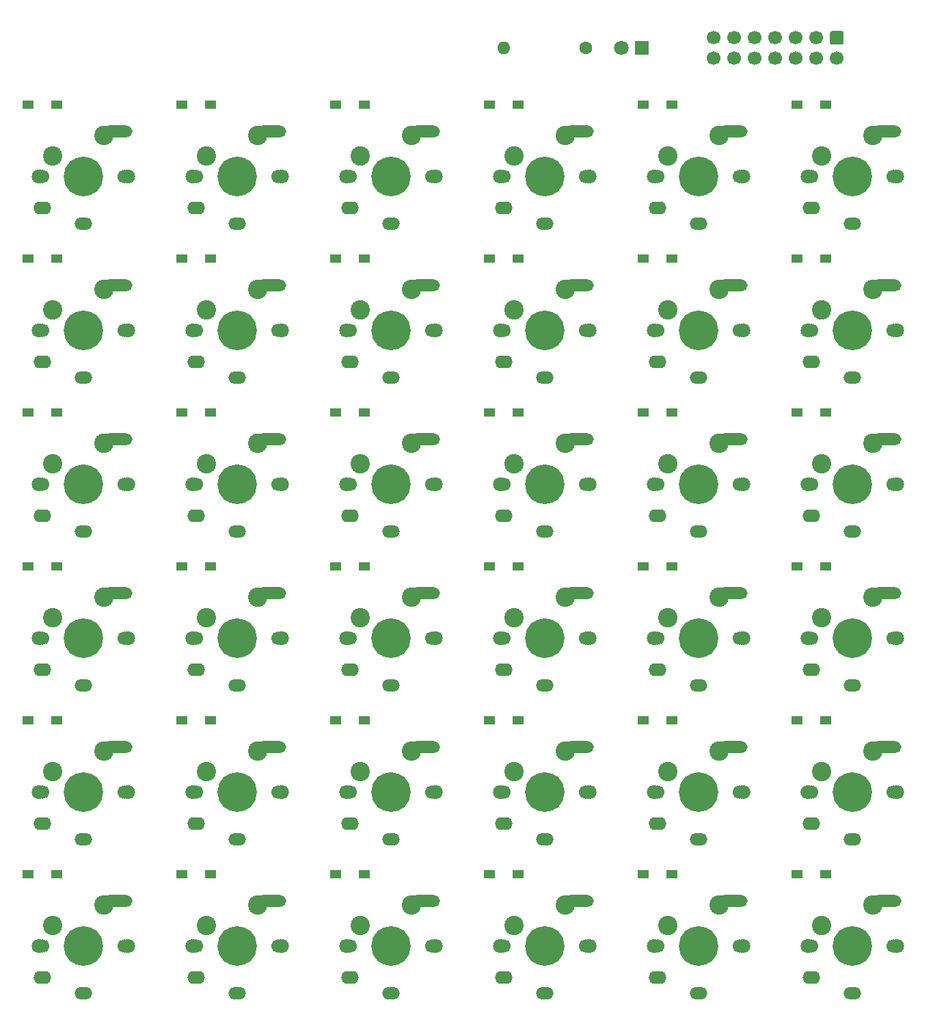
<source format=gbs>
%TF.GenerationSoftware,KiCad,Pcbnew,(5.1.10-1-10_14)*%
%TF.CreationDate,2021-11-08T19:14:52+08:00*%
%TF.ProjectId,Pragmatic,50726167-6d61-4746-9963-2e6b69636164,rev?*%
%TF.SameCoordinates,Original*%
%TF.FileFunction,Soldermask,Bot*%
%TF.FilePolarity,Negative*%
%FSLAX46Y46*%
G04 Gerber Fmt 4.6, Leading zero omitted, Abs format (unit mm)*
G04 Created by KiCad (PCBNEW (5.1.10-1-10_14)) date 2021-11-08 19:14:52*
%MOMM*%
%LPD*%
G01*
G04 APERTURE LIST*
%ADD10C,2.400000*%
%ADD11O,2.200000X1.600000*%
%ADD12C,4.900000*%
%ADD13C,1.800000*%
%ADD14O,2.200000X1.500000*%
%ADD15C,1.700000*%
%ADD16R,1.400000X1.000000*%
%ADD17O,1.600000X1.600000*%
%ADD18C,1.600000*%
%ADD19R,1.800000X1.800000*%
G04 APERTURE END LIST*
D10*
X116840000Y-71120000D03*
G36*
G01*
X116000126Y-70678797D02*
X116000126Y-70678797D01*
G75*
G02*
X116743552Y-69922281I749971J6545D01*
G01*
X119643442Y-69896975D01*
G75*
G02*
X120399958Y-70640401I6545J-749971D01*
G01*
X120399958Y-70640401D01*
G75*
G02*
X119656532Y-71396917I-749971J-6545D01*
G01*
X116756642Y-71422223D01*
G75*
G02*
X116000126Y-70678797I-6545J749971D01*
G01*
G37*
D11*
X109200000Y-80100000D03*
D12*
X114300000Y-76200000D03*
D13*
X108800000Y-76200000D03*
X119800000Y-76200000D03*
D14*
X114300000Y-82100000D03*
D10*
X110490000Y-73660000D03*
D15*
X119380000Y-76200000D03*
X109220000Y-76200000D03*
D10*
X154940000Y-147320000D03*
G36*
G01*
X154100126Y-146878797D02*
X154100126Y-146878797D01*
G75*
G02*
X154843552Y-146122281I749971J6545D01*
G01*
X157743442Y-146096975D01*
G75*
G02*
X158499958Y-146840401I6545J-749971D01*
G01*
X158499958Y-146840401D01*
G75*
G02*
X157756532Y-147596917I-749971J-6545D01*
G01*
X154856642Y-147622223D01*
G75*
G02*
X154100126Y-146878797I-6545J749971D01*
G01*
G37*
D11*
X147300000Y-156300000D03*
D12*
X152400000Y-152400000D03*
D13*
X146900000Y-152400000D03*
X157900000Y-152400000D03*
D14*
X152400000Y-158300000D03*
D10*
X148590000Y-149860000D03*
D15*
X157480000Y-152400000D03*
X147320000Y-152400000D03*
D10*
X97790000Y-52070000D03*
G36*
G01*
X96950126Y-51628797D02*
X96950126Y-51628797D01*
G75*
G02*
X97693552Y-50872281I749971J6545D01*
G01*
X100593442Y-50846975D01*
G75*
G02*
X101349958Y-51590401I6545J-749971D01*
G01*
X101349958Y-51590401D01*
G75*
G02*
X100606532Y-52346917I-749971J-6545D01*
G01*
X97706642Y-52372223D01*
G75*
G02*
X96950126Y-51628797I-6545J749971D01*
G01*
G37*
D11*
X90150000Y-61050000D03*
D12*
X95250000Y-57150000D03*
D13*
X89750000Y-57150000D03*
X100750000Y-57150000D03*
D14*
X95250000Y-63050000D03*
D10*
X91440000Y-54610000D03*
D15*
X100330000Y-57150000D03*
X90170000Y-57150000D03*
D16*
X149095000Y-48260000D03*
X145545000Y-48260000D03*
D10*
X78740000Y-52070000D03*
G36*
G01*
X77900126Y-51628797D02*
X77900126Y-51628797D01*
G75*
G02*
X78643552Y-50872281I749971J6545D01*
G01*
X81543442Y-50846975D01*
G75*
G02*
X82299958Y-51590401I6545J-749971D01*
G01*
X82299958Y-51590401D01*
G75*
G02*
X81556532Y-52346917I-749971J-6545D01*
G01*
X78656642Y-52372223D01*
G75*
G02*
X77900126Y-51628797I-6545J749971D01*
G01*
G37*
D11*
X71100000Y-61050000D03*
D12*
X76200000Y-57150000D03*
D13*
X70700000Y-57150000D03*
X81700000Y-57150000D03*
D14*
X76200000Y-63050000D03*
D10*
X72390000Y-54610000D03*
D15*
X81280000Y-57150000D03*
X71120000Y-57150000D03*
D10*
X135890000Y-128270000D03*
G36*
G01*
X135050126Y-127828797D02*
X135050126Y-127828797D01*
G75*
G02*
X135793552Y-127072281I749971J6545D01*
G01*
X138693442Y-127046975D01*
G75*
G02*
X139449958Y-127790401I6545J-749971D01*
G01*
X139449958Y-127790401D01*
G75*
G02*
X138706532Y-128546917I-749971J-6545D01*
G01*
X135806642Y-128572223D01*
G75*
G02*
X135050126Y-127828797I-6545J749971D01*
G01*
G37*
D11*
X128250000Y-137250000D03*
D12*
X133350000Y-133350000D03*
D13*
X127850000Y-133350000D03*
X138850000Y-133350000D03*
D14*
X133350000Y-139250000D03*
D10*
X129540000Y-130810000D03*
D15*
X138430000Y-133350000D03*
X128270000Y-133350000D03*
D10*
X116840000Y-128270000D03*
G36*
G01*
X116000126Y-127828797D02*
X116000126Y-127828797D01*
G75*
G02*
X116743552Y-127072281I749971J6545D01*
G01*
X119643442Y-127046975D01*
G75*
G02*
X120399958Y-127790401I6545J-749971D01*
G01*
X120399958Y-127790401D01*
G75*
G02*
X119656532Y-128546917I-749971J-6545D01*
G01*
X116756642Y-128572223D01*
G75*
G02*
X116000126Y-127828797I-6545J749971D01*
G01*
G37*
D11*
X109200000Y-137250000D03*
D12*
X114300000Y-133350000D03*
D13*
X108800000Y-133350000D03*
X119800000Y-133350000D03*
D14*
X114300000Y-139250000D03*
D10*
X110490000Y-130810000D03*
D15*
X119380000Y-133350000D03*
X109220000Y-133350000D03*
D10*
X154940000Y-109220000D03*
G36*
G01*
X154100126Y-108778797D02*
X154100126Y-108778797D01*
G75*
G02*
X154843552Y-108022281I749971J6545D01*
G01*
X157743442Y-107996975D01*
G75*
G02*
X158499958Y-108740401I6545J-749971D01*
G01*
X158499958Y-108740401D01*
G75*
G02*
X157756532Y-109496917I-749971J-6545D01*
G01*
X154856642Y-109522223D01*
G75*
G02*
X154100126Y-108778797I-6545J749971D01*
G01*
G37*
D11*
X147300000Y-118200000D03*
D12*
X152400000Y-114300000D03*
D13*
X146900000Y-114300000D03*
X157900000Y-114300000D03*
D14*
X152400000Y-120200000D03*
D10*
X148590000Y-111760000D03*
D15*
X157480000Y-114300000D03*
X147320000Y-114300000D03*
D16*
X91945000Y-48260000D03*
X88395000Y-48260000D03*
X72895000Y-48260000D03*
X69345000Y-48260000D03*
D10*
X135890000Y-147320000D03*
G36*
G01*
X135050126Y-146878797D02*
X135050126Y-146878797D01*
G75*
G02*
X135793552Y-146122281I749971J6545D01*
G01*
X138693442Y-146096975D01*
G75*
G02*
X139449958Y-146840401I6545J-749971D01*
G01*
X139449958Y-146840401D01*
G75*
G02*
X138706532Y-147596917I-749971J-6545D01*
G01*
X135806642Y-147622223D01*
G75*
G02*
X135050126Y-146878797I-6545J749971D01*
G01*
G37*
D11*
X128250000Y-156300000D03*
D12*
X133350000Y-152400000D03*
D13*
X127850000Y-152400000D03*
X138850000Y-152400000D03*
D14*
X133350000Y-158300000D03*
D10*
X129540000Y-149860000D03*
D15*
X138430000Y-152400000D03*
X128270000Y-152400000D03*
D10*
X116840000Y-147320000D03*
G36*
G01*
X116000126Y-146878797D02*
X116000126Y-146878797D01*
G75*
G02*
X116743552Y-146122281I749971J6545D01*
G01*
X119643442Y-146096975D01*
G75*
G02*
X120399958Y-146840401I6545J-749971D01*
G01*
X120399958Y-146840401D01*
G75*
G02*
X119656532Y-147596917I-749971J-6545D01*
G01*
X116756642Y-147622223D01*
G75*
G02*
X116000126Y-146878797I-6545J749971D01*
G01*
G37*
D11*
X109200000Y-156300000D03*
D12*
X114300000Y-152400000D03*
D13*
X108800000Y-152400000D03*
X119800000Y-152400000D03*
D14*
X114300000Y-158300000D03*
D10*
X110490000Y-149860000D03*
D15*
X119380000Y-152400000D03*
X109220000Y-152400000D03*
D10*
X97790000Y-147320000D03*
G36*
G01*
X96950126Y-146878797D02*
X96950126Y-146878797D01*
G75*
G02*
X97693552Y-146122281I749971J6545D01*
G01*
X100593442Y-146096975D01*
G75*
G02*
X101349958Y-146840401I6545J-749971D01*
G01*
X101349958Y-146840401D01*
G75*
G02*
X100606532Y-147596917I-749971J-6545D01*
G01*
X97706642Y-147622223D01*
G75*
G02*
X96950126Y-146878797I-6545J749971D01*
G01*
G37*
D11*
X90150000Y-156300000D03*
D12*
X95250000Y-152400000D03*
D13*
X89750000Y-152400000D03*
X100750000Y-152400000D03*
D14*
X95250000Y-158300000D03*
D10*
X91440000Y-149860000D03*
D15*
X100330000Y-152400000D03*
X90170000Y-152400000D03*
D10*
X78740000Y-147320000D03*
G36*
G01*
X77900126Y-146878797D02*
X77900126Y-146878797D01*
G75*
G02*
X78643552Y-146122281I749971J6545D01*
G01*
X81543442Y-146096975D01*
G75*
G02*
X82299958Y-146840401I6545J-749971D01*
G01*
X82299958Y-146840401D01*
G75*
G02*
X81556532Y-147596917I-749971J-6545D01*
G01*
X78656642Y-147622223D01*
G75*
G02*
X77900126Y-146878797I-6545J749971D01*
G01*
G37*
D11*
X71100000Y-156300000D03*
D12*
X76200000Y-152400000D03*
D13*
X70700000Y-152400000D03*
X81700000Y-152400000D03*
D14*
X76200000Y-158300000D03*
D10*
X72390000Y-149860000D03*
D15*
X81280000Y-152400000D03*
X71120000Y-152400000D03*
D10*
X59690000Y-147320000D03*
G36*
G01*
X58850126Y-146878797D02*
X58850126Y-146878797D01*
G75*
G02*
X59593552Y-146122281I749971J6545D01*
G01*
X62493442Y-146096975D01*
G75*
G02*
X63249958Y-146840401I6545J-749971D01*
G01*
X63249958Y-146840401D01*
G75*
G02*
X62506532Y-147596917I-749971J-6545D01*
G01*
X59606642Y-147622223D01*
G75*
G02*
X58850126Y-146878797I-6545J749971D01*
G01*
G37*
D11*
X52050000Y-156300000D03*
D12*
X57150000Y-152400000D03*
D13*
X51650000Y-152400000D03*
X62650000Y-152400000D03*
D14*
X57150000Y-158300000D03*
D10*
X53340000Y-149860000D03*
D15*
X62230000Y-152400000D03*
X52070000Y-152400000D03*
D10*
X154940000Y-128270000D03*
G36*
G01*
X154100126Y-127828797D02*
X154100126Y-127828797D01*
G75*
G02*
X154843552Y-127072281I749971J6545D01*
G01*
X157743442Y-127046975D01*
G75*
G02*
X158499958Y-127790401I6545J-749971D01*
G01*
X158499958Y-127790401D01*
G75*
G02*
X157756532Y-128546917I-749971J-6545D01*
G01*
X154856642Y-128572223D01*
G75*
G02*
X154100126Y-127828797I-6545J749971D01*
G01*
G37*
D11*
X147300000Y-137250000D03*
D12*
X152400000Y-133350000D03*
D13*
X146900000Y-133350000D03*
X157900000Y-133350000D03*
D14*
X152400000Y-139250000D03*
D10*
X148590000Y-130810000D03*
D15*
X157480000Y-133350000D03*
X147320000Y-133350000D03*
D10*
X97790000Y-128270000D03*
G36*
G01*
X96950126Y-127828797D02*
X96950126Y-127828797D01*
G75*
G02*
X97693552Y-127072281I749971J6545D01*
G01*
X100593442Y-127046975D01*
G75*
G02*
X101349958Y-127790401I6545J-749971D01*
G01*
X101349958Y-127790401D01*
G75*
G02*
X100606532Y-128546917I-749971J-6545D01*
G01*
X97706642Y-128572223D01*
G75*
G02*
X96950126Y-127828797I-6545J749971D01*
G01*
G37*
D11*
X90150000Y-137250000D03*
D12*
X95250000Y-133350000D03*
D13*
X89750000Y-133350000D03*
X100750000Y-133350000D03*
D14*
X95250000Y-139250000D03*
D10*
X91440000Y-130810000D03*
D15*
X100330000Y-133350000D03*
X90170000Y-133350000D03*
D10*
X78740000Y-128270000D03*
G36*
G01*
X77900126Y-127828797D02*
X77900126Y-127828797D01*
G75*
G02*
X78643552Y-127072281I749971J6545D01*
G01*
X81543442Y-127046975D01*
G75*
G02*
X82299958Y-127790401I6545J-749971D01*
G01*
X82299958Y-127790401D01*
G75*
G02*
X81556532Y-128546917I-749971J-6545D01*
G01*
X78656642Y-128572223D01*
G75*
G02*
X77900126Y-127828797I-6545J749971D01*
G01*
G37*
D11*
X71100000Y-137250000D03*
D12*
X76200000Y-133350000D03*
D13*
X70700000Y-133350000D03*
X81700000Y-133350000D03*
D14*
X76200000Y-139250000D03*
D10*
X72390000Y-130810000D03*
D15*
X81280000Y-133350000D03*
X71120000Y-133350000D03*
D10*
X59690000Y-128270000D03*
G36*
G01*
X58850126Y-127828797D02*
X58850126Y-127828797D01*
G75*
G02*
X59593552Y-127072281I749971J6545D01*
G01*
X62493442Y-127046975D01*
G75*
G02*
X63249958Y-127790401I6545J-749971D01*
G01*
X63249958Y-127790401D01*
G75*
G02*
X62506532Y-128546917I-749971J-6545D01*
G01*
X59606642Y-128572223D01*
G75*
G02*
X58850126Y-127828797I-6545J749971D01*
G01*
G37*
D11*
X52050000Y-137250000D03*
D12*
X57150000Y-133350000D03*
D13*
X51650000Y-133350000D03*
X62650000Y-133350000D03*
D14*
X57150000Y-139250000D03*
D10*
X53340000Y-130810000D03*
D15*
X62230000Y-133350000D03*
X52070000Y-133350000D03*
D10*
X135890000Y-109220000D03*
G36*
G01*
X135050126Y-108778797D02*
X135050126Y-108778797D01*
G75*
G02*
X135793552Y-108022281I749971J6545D01*
G01*
X138693442Y-107996975D01*
G75*
G02*
X139449958Y-108740401I6545J-749971D01*
G01*
X139449958Y-108740401D01*
G75*
G02*
X138706532Y-109496917I-749971J-6545D01*
G01*
X135806642Y-109522223D01*
G75*
G02*
X135050126Y-108778797I-6545J749971D01*
G01*
G37*
D11*
X128250000Y-118200000D03*
D12*
X133350000Y-114300000D03*
D13*
X127850000Y-114300000D03*
X138850000Y-114300000D03*
D14*
X133350000Y-120200000D03*
D10*
X129540000Y-111760000D03*
D15*
X138430000Y-114300000D03*
X128270000Y-114300000D03*
D10*
X116840000Y-109220000D03*
G36*
G01*
X116000126Y-108778797D02*
X116000126Y-108778797D01*
G75*
G02*
X116743552Y-108022281I749971J6545D01*
G01*
X119643442Y-107996975D01*
G75*
G02*
X120399958Y-108740401I6545J-749971D01*
G01*
X120399958Y-108740401D01*
G75*
G02*
X119656532Y-109496917I-749971J-6545D01*
G01*
X116756642Y-109522223D01*
G75*
G02*
X116000126Y-108778797I-6545J749971D01*
G01*
G37*
D11*
X109200000Y-118200000D03*
D12*
X114300000Y-114300000D03*
D13*
X108800000Y-114300000D03*
X119800000Y-114300000D03*
D14*
X114300000Y-120200000D03*
D10*
X110490000Y-111760000D03*
D15*
X119380000Y-114300000D03*
X109220000Y-114300000D03*
D10*
X97790000Y-109220000D03*
G36*
G01*
X96950126Y-108778797D02*
X96950126Y-108778797D01*
G75*
G02*
X97693552Y-108022281I749971J6545D01*
G01*
X100593442Y-107996975D01*
G75*
G02*
X101349958Y-108740401I6545J-749971D01*
G01*
X101349958Y-108740401D01*
G75*
G02*
X100606532Y-109496917I-749971J-6545D01*
G01*
X97706642Y-109522223D01*
G75*
G02*
X96950126Y-108778797I-6545J749971D01*
G01*
G37*
D11*
X90150000Y-118200000D03*
D12*
X95250000Y-114300000D03*
D13*
X89750000Y-114300000D03*
X100750000Y-114300000D03*
D14*
X95250000Y-120200000D03*
D10*
X91440000Y-111760000D03*
D15*
X100330000Y-114300000D03*
X90170000Y-114300000D03*
D10*
X78740000Y-109220000D03*
G36*
G01*
X77900126Y-108778797D02*
X77900126Y-108778797D01*
G75*
G02*
X78643552Y-108022281I749971J6545D01*
G01*
X81543442Y-107996975D01*
G75*
G02*
X82299958Y-108740401I6545J-749971D01*
G01*
X82299958Y-108740401D01*
G75*
G02*
X81556532Y-109496917I-749971J-6545D01*
G01*
X78656642Y-109522223D01*
G75*
G02*
X77900126Y-108778797I-6545J749971D01*
G01*
G37*
D11*
X71100000Y-118200000D03*
D12*
X76200000Y-114300000D03*
D13*
X70700000Y-114300000D03*
X81700000Y-114300000D03*
D14*
X76200000Y-120200000D03*
D10*
X72390000Y-111760000D03*
D15*
X81280000Y-114300000D03*
X71120000Y-114300000D03*
D10*
X59690000Y-109220000D03*
G36*
G01*
X58850126Y-108778797D02*
X58850126Y-108778797D01*
G75*
G02*
X59593552Y-108022281I749971J6545D01*
G01*
X62493442Y-107996975D01*
G75*
G02*
X63249958Y-108740401I6545J-749971D01*
G01*
X63249958Y-108740401D01*
G75*
G02*
X62506532Y-109496917I-749971J-6545D01*
G01*
X59606642Y-109522223D01*
G75*
G02*
X58850126Y-108778797I-6545J749971D01*
G01*
G37*
D11*
X52050000Y-118200000D03*
D12*
X57150000Y-114300000D03*
D13*
X51650000Y-114300000D03*
X62650000Y-114300000D03*
D14*
X57150000Y-120200000D03*
D10*
X53340000Y-111760000D03*
D15*
X62230000Y-114300000D03*
X52070000Y-114300000D03*
D10*
X154940000Y-90170000D03*
G36*
G01*
X154100126Y-89728797D02*
X154100126Y-89728797D01*
G75*
G02*
X154843552Y-88972281I749971J6545D01*
G01*
X157743442Y-88946975D01*
G75*
G02*
X158499958Y-89690401I6545J-749971D01*
G01*
X158499958Y-89690401D01*
G75*
G02*
X157756532Y-90446917I-749971J-6545D01*
G01*
X154856642Y-90472223D01*
G75*
G02*
X154100126Y-89728797I-6545J749971D01*
G01*
G37*
D11*
X147300000Y-99150000D03*
D12*
X152400000Y-95250000D03*
D13*
X146900000Y-95250000D03*
X157900000Y-95250000D03*
D14*
X152400000Y-101150000D03*
D10*
X148590000Y-92710000D03*
D15*
X157480000Y-95250000D03*
X147320000Y-95250000D03*
D10*
X135890000Y-90170000D03*
G36*
G01*
X135050126Y-89728797D02*
X135050126Y-89728797D01*
G75*
G02*
X135793552Y-88972281I749971J6545D01*
G01*
X138693442Y-88946975D01*
G75*
G02*
X139449958Y-89690401I6545J-749971D01*
G01*
X139449958Y-89690401D01*
G75*
G02*
X138706532Y-90446917I-749971J-6545D01*
G01*
X135806642Y-90472223D01*
G75*
G02*
X135050126Y-89728797I-6545J749971D01*
G01*
G37*
D11*
X128250000Y-99150000D03*
D12*
X133350000Y-95250000D03*
D13*
X127850000Y-95250000D03*
X138850000Y-95250000D03*
D14*
X133350000Y-101150000D03*
D10*
X129540000Y-92710000D03*
D15*
X138430000Y-95250000D03*
X128270000Y-95250000D03*
D10*
X116840000Y-90170000D03*
G36*
G01*
X116000126Y-89728797D02*
X116000126Y-89728797D01*
G75*
G02*
X116743552Y-88972281I749971J6545D01*
G01*
X119643442Y-88946975D01*
G75*
G02*
X120399958Y-89690401I6545J-749971D01*
G01*
X120399958Y-89690401D01*
G75*
G02*
X119656532Y-90446917I-749971J-6545D01*
G01*
X116756642Y-90472223D01*
G75*
G02*
X116000126Y-89728797I-6545J749971D01*
G01*
G37*
D11*
X109200000Y-99150000D03*
D12*
X114300000Y-95250000D03*
D13*
X108800000Y-95250000D03*
X119800000Y-95250000D03*
D14*
X114300000Y-101150000D03*
D10*
X110490000Y-92710000D03*
D15*
X119380000Y-95250000D03*
X109220000Y-95250000D03*
D10*
X97790000Y-90170000D03*
G36*
G01*
X96950126Y-89728797D02*
X96950126Y-89728797D01*
G75*
G02*
X97693552Y-88972281I749971J6545D01*
G01*
X100593442Y-88946975D01*
G75*
G02*
X101349958Y-89690401I6545J-749971D01*
G01*
X101349958Y-89690401D01*
G75*
G02*
X100606532Y-90446917I-749971J-6545D01*
G01*
X97706642Y-90472223D01*
G75*
G02*
X96950126Y-89728797I-6545J749971D01*
G01*
G37*
D11*
X90150000Y-99150000D03*
D12*
X95250000Y-95250000D03*
D13*
X89750000Y-95250000D03*
X100750000Y-95250000D03*
D14*
X95250000Y-101150000D03*
D10*
X91440000Y-92710000D03*
D15*
X100330000Y-95250000D03*
X90170000Y-95250000D03*
D10*
X78740000Y-90170000D03*
G36*
G01*
X77900126Y-89728797D02*
X77900126Y-89728797D01*
G75*
G02*
X78643552Y-88972281I749971J6545D01*
G01*
X81543442Y-88946975D01*
G75*
G02*
X82299958Y-89690401I6545J-749971D01*
G01*
X82299958Y-89690401D01*
G75*
G02*
X81556532Y-90446917I-749971J-6545D01*
G01*
X78656642Y-90472223D01*
G75*
G02*
X77900126Y-89728797I-6545J749971D01*
G01*
G37*
D11*
X71100000Y-99150000D03*
D12*
X76200000Y-95250000D03*
D13*
X70700000Y-95250000D03*
X81700000Y-95250000D03*
D14*
X76200000Y-101150000D03*
D10*
X72390000Y-92710000D03*
D15*
X81280000Y-95250000D03*
X71120000Y-95250000D03*
D10*
X59690000Y-90170000D03*
G36*
G01*
X58850126Y-89728797D02*
X58850126Y-89728797D01*
G75*
G02*
X59593552Y-88972281I749971J6545D01*
G01*
X62493442Y-88946975D01*
G75*
G02*
X63249958Y-89690401I6545J-749971D01*
G01*
X63249958Y-89690401D01*
G75*
G02*
X62506532Y-90446917I-749971J-6545D01*
G01*
X59606642Y-90472223D01*
G75*
G02*
X58850126Y-89728797I-6545J749971D01*
G01*
G37*
D11*
X52050000Y-99150000D03*
D12*
X57150000Y-95250000D03*
D13*
X51650000Y-95250000D03*
X62650000Y-95250000D03*
D14*
X57150000Y-101150000D03*
D10*
X53340000Y-92710000D03*
D15*
X62230000Y-95250000D03*
X52070000Y-95250000D03*
D10*
X154940000Y-71120000D03*
G36*
G01*
X154100126Y-70678797D02*
X154100126Y-70678797D01*
G75*
G02*
X154843552Y-69922281I749971J6545D01*
G01*
X157743442Y-69896975D01*
G75*
G02*
X158499958Y-70640401I6545J-749971D01*
G01*
X158499958Y-70640401D01*
G75*
G02*
X157756532Y-71396917I-749971J-6545D01*
G01*
X154856642Y-71422223D01*
G75*
G02*
X154100126Y-70678797I-6545J749971D01*
G01*
G37*
D11*
X147300000Y-80100000D03*
D12*
X152400000Y-76200000D03*
D13*
X146900000Y-76200000D03*
X157900000Y-76200000D03*
D14*
X152400000Y-82100000D03*
D10*
X148590000Y-73660000D03*
D15*
X157480000Y-76200000D03*
X147320000Y-76200000D03*
D10*
X135890000Y-71120000D03*
G36*
G01*
X135050126Y-70678797D02*
X135050126Y-70678797D01*
G75*
G02*
X135793552Y-69922281I749971J6545D01*
G01*
X138693442Y-69896975D01*
G75*
G02*
X139449958Y-70640401I6545J-749971D01*
G01*
X139449958Y-70640401D01*
G75*
G02*
X138706532Y-71396917I-749971J-6545D01*
G01*
X135806642Y-71422223D01*
G75*
G02*
X135050126Y-70678797I-6545J749971D01*
G01*
G37*
D11*
X128250000Y-80100000D03*
D12*
X133350000Y-76200000D03*
D13*
X127850000Y-76200000D03*
X138850000Y-76200000D03*
D14*
X133350000Y-82100000D03*
D10*
X129540000Y-73660000D03*
D15*
X138430000Y-76200000D03*
X128270000Y-76200000D03*
D10*
X97790000Y-71120000D03*
G36*
G01*
X96950126Y-70678797D02*
X96950126Y-70678797D01*
G75*
G02*
X97693552Y-69922281I749971J6545D01*
G01*
X100593442Y-69896975D01*
G75*
G02*
X101349958Y-70640401I6545J-749971D01*
G01*
X101349958Y-70640401D01*
G75*
G02*
X100606532Y-71396917I-749971J-6545D01*
G01*
X97706642Y-71422223D01*
G75*
G02*
X96950126Y-70678797I-6545J749971D01*
G01*
G37*
D11*
X90150000Y-80100000D03*
D12*
X95250000Y-76200000D03*
D13*
X89750000Y-76200000D03*
X100750000Y-76200000D03*
D14*
X95250000Y-82100000D03*
D10*
X91440000Y-73660000D03*
D15*
X100330000Y-76200000D03*
X90170000Y-76200000D03*
D10*
X78740000Y-71120000D03*
G36*
G01*
X77900126Y-70678797D02*
X77900126Y-70678797D01*
G75*
G02*
X78643552Y-69922281I749971J6545D01*
G01*
X81543442Y-69896975D01*
G75*
G02*
X82299958Y-70640401I6545J-749971D01*
G01*
X82299958Y-70640401D01*
G75*
G02*
X81556532Y-71396917I-749971J-6545D01*
G01*
X78656642Y-71422223D01*
G75*
G02*
X77900126Y-70678797I-6545J749971D01*
G01*
G37*
D11*
X71100000Y-80100000D03*
D12*
X76200000Y-76200000D03*
D13*
X70700000Y-76200000D03*
X81700000Y-76200000D03*
D14*
X76200000Y-82100000D03*
D10*
X72390000Y-73660000D03*
D15*
X81280000Y-76200000D03*
X71120000Y-76200000D03*
D10*
X59690000Y-71120000D03*
G36*
G01*
X58850126Y-70678797D02*
X58850126Y-70678797D01*
G75*
G02*
X59593552Y-69922281I749971J6545D01*
G01*
X62493442Y-69896975D01*
G75*
G02*
X63249958Y-70640401I6545J-749971D01*
G01*
X63249958Y-70640401D01*
G75*
G02*
X62506532Y-71396917I-749971J-6545D01*
G01*
X59606642Y-71422223D01*
G75*
G02*
X58850126Y-70678797I-6545J749971D01*
G01*
G37*
D11*
X52050000Y-80100000D03*
D12*
X57150000Y-76200000D03*
D13*
X51650000Y-76200000D03*
X62650000Y-76200000D03*
D14*
X57150000Y-82100000D03*
D10*
X53340000Y-73660000D03*
D15*
X62230000Y-76200000D03*
X52070000Y-76200000D03*
D10*
X154940000Y-52070000D03*
G36*
G01*
X154100126Y-51628797D02*
X154100126Y-51628797D01*
G75*
G02*
X154843552Y-50872281I749971J6545D01*
G01*
X157743442Y-50846975D01*
G75*
G02*
X158499958Y-51590401I6545J-749971D01*
G01*
X158499958Y-51590401D01*
G75*
G02*
X157756532Y-52346917I-749971J-6545D01*
G01*
X154856642Y-52372223D01*
G75*
G02*
X154100126Y-51628797I-6545J749971D01*
G01*
G37*
D11*
X147300000Y-61050000D03*
D12*
X152400000Y-57150000D03*
D13*
X146900000Y-57150000D03*
X157900000Y-57150000D03*
D14*
X152400000Y-63050000D03*
D10*
X148590000Y-54610000D03*
D15*
X157480000Y-57150000D03*
X147320000Y-57150000D03*
D10*
X135890000Y-52070000D03*
G36*
G01*
X135050126Y-51628797D02*
X135050126Y-51628797D01*
G75*
G02*
X135793552Y-50872281I749971J6545D01*
G01*
X138693442Y-50846975D01*
G75*
G02*
X139449958Y-51590401I6545J-749971D01*
G01*
X139449958Y-51590401D01*
G75*
G02*
X138706532Y-52346917I-749971J-6545D01*
G01*
X135806642Y-52372223D01*
G75*
G02*
X135050126Y-51628797I-6545J749971D01*
G01*
G37*
D11*
X128250000Y-61050000D03*
D12*
X133350000Y-57150000D03*
D13*
X127850000Y-57150000D03*
X138850000Y-57150000D03*
D14*
X133350000Y-63050000D03*
D10*
X129540000Y-54610000D03*
D15*
X138430000Y-57150000D03*
X128270000Y-57150000D03*
D10*
X116840000Y-52070000D03*
G36*
G01*
X116000126Y-51628797D02*
X116000126Y-51628797D01*
G75*
G02*
X116743552Y-50872281I749971J6545D01*
G01*
X119643442Y-50846975D01*
G75*
G02*
X120399958Y-51590401I6545J-749971D01*
G01*
X120399958Y-51590401D01*
G75*
G02*
X119656532Y-52346917I-749971J-6545D01*
G01*
X116756642Y-52372223D01*
G75*
G02*
X116000126Y-51628797I-6545J749971D01*
G01*
G37*
D11*
X109200000Y-61050000D03*
D12*
X114300000Y-57150000D03*
D13*
X108800000Y-57150000D03*
X119800000Y-57150000D03*
D14*
X114300000Y-63050000D03*
D10*
X110490000Y-54610000D03*
D15*
X119380000Y-57150000D03*
X109220000Y-57150000D03*
D10*
X59690000Y-52070000D03*
G36*
G01*
X58850126Y-51628797D02*
X58850126Y-51628797D01*
G75*
G02*
X59593552Y-50872281I749971J6545D01*
G01*
X62493442Y-50846975D01*
G75*
G02*
X63249958Y-51590401I6545J-749971D01*
G01*
X63249958Y-51590401D01*
G75*
G02*
X62506532Y-52346917I-749971J-6545D01*
G01*
X59606642Y-52372223D01*
G75*
G02*
X58850126Y-51628797I-6545J749971D01*
G01*
G37*
D11*
X52050000Y-61050000D03*
D12*
X57150000Y-57150000D03*
D13*
X51650000Y-57150000D03*
X62650000Y-57150000D03*
D14*
X57150000Y-63050000D03*
D10*
X53340000Y-54610000D03*
D15*
X62230000Y-57150000D03*
X52070000Y-57150000D03*
D17*
X109220000Y-41275000D03*
D18*
X119380000Y-41275000D03*
D15*
X135255000Y-42545000D03*
X137795000Y-42545000D03*
X140335000Y-42545000D03*
X142875000Y-42545000D03*
X145415000Y-42545000D03*
X147955000Y-42545000D03*
X150495000Y-42545000D03*
X135255000Y-40005000D03*
X137795000Y-40005000D03*
X140335000Y-40005000D03*
X142875000Y-40005000D03*
X145415000Y-40005000D03*
X147955000Y-40005000D03*
G36*
G01*
X149895000Y-39155000D02*
X151095000Y-39155000D01*
G75*
G02*
X151345000Y-39405000I0J-250000D01*
G01*
X151345000Y-40605000D01*
G75*
G02*
X151095000Y-40855000I-250000J0D01*
G01*
X149895000Y-40855000D01*
G75*
G02*
X149645000Y-40605000I0J250000D01*
G01*
X149645000Y-39405000D01*
G75*
G02*
X149895000Y-39155000I250000J0D01*
G01*
G37*
D13*
X123825000Y-41275000D03*
D19*
X126365000Y-41275000D03*
D16*
X149095000Y-143510000D03*
X145545000Y-143510000D03*
X130045000Y-143510000D03*
X126495000Y-143510000D03*
X110995000Y-143510000D03*
X107445000Y-143510000D03*
X91945000Y-143510000D03*
X88395000Y-143510000D03*
X72895000Y-143510000D03*
X69345000Y-143510000D03*
X53845000Y-143510000D03*
X50295000Y-143510000D03*
X149095000Y-124460000D03*
X145545000Y-124460000D03*
X130045000Y-124460000D03*
X126495000Y-124460000D03*
X110995000Y-124460000D03*
X107445000Y-124460000D03*
X91945000Y-124460000D03*
X88395000Y-124460000D03*
X72895000Y-124460000D03*
X69345000Y-124460000D03*
X53845000Y-124460000D03*
X50295000Y-124460000D03*
X149095000Y-105410000D03*
X145545000Y-105410000D03*
X130045000Y-105410000D03*
X126495000Y-105410000D03*
X110995000Y-105410000D03*
X107445000Y-105410000D03*
X91945000Y-105410000D03*
X88395000Y-105410000D03*
X72895000Y-105410000D03*
X69345000Y-105410000D03*
X53845000Y-105410000D03*
X50295000Y-105410000D03*
X149095000Y-86360000D03*
X145545000Y-86360000D03*
X130045000Y-86360000D03*
X126495000Y-86360000D03*
X110995000Y-86360000D03*
X107445000Y-86360000D03*
X91945000Y-86360000D03*
X88395000Y-86360000D03*
X72895000Y-86360000D03*
X69345000Y-86360000D03*
X53845000Y-86360000D03*
X50295000Y-86360000D03*
X149095000Y-67310000D03*
X145545000Y-67310000D03*
X130045000Y-67310000D03*
X126495000Y-67310000D03*
X110995000Y-67310000D03*
X107445000Y-67310000D03*
X91945000Y-67310000D03*
X88395000Y-67310000D03*
X72895000Y-67310000D03*
X69345000Y-67310000D03*
X53845000Y-67310000D03*
X50295000Y-67310000D03*
X130045000Y-48260000D03*
X126495000Y-48260000D03*
X110995000Y-48260000D03*
X107445000Y-48260000D03*
X53845000Y-48260000D03*
X50295000Y-48260000D03*
M02*

</source>
